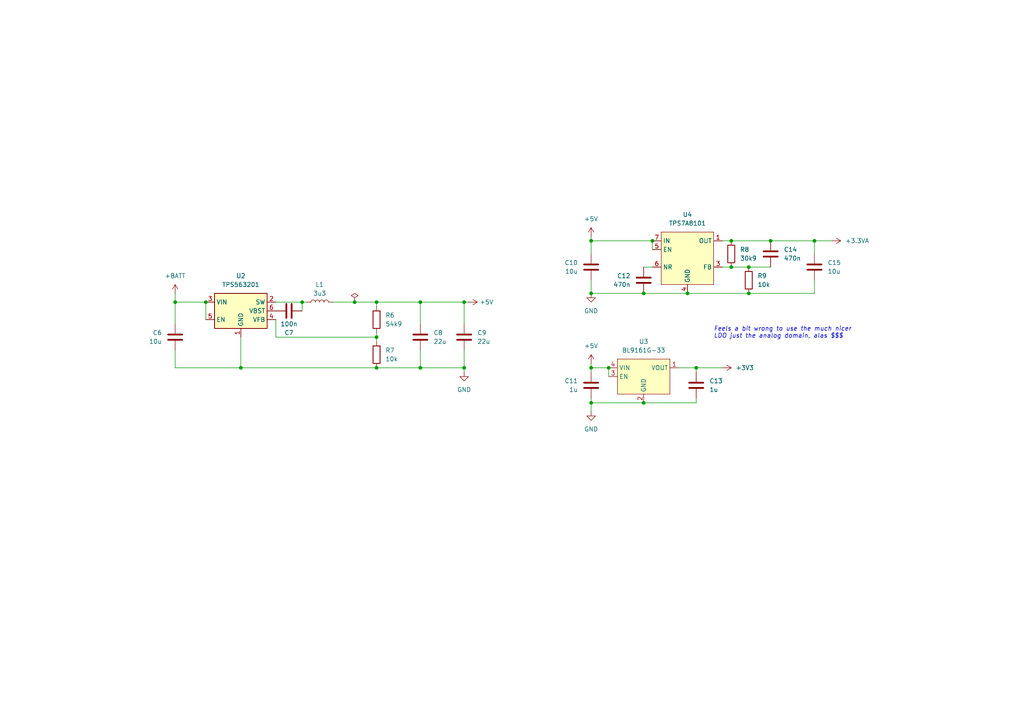
<source format=kicad_sch>
(kicad_sch (version 20250114) (generator "eeschema") (generator_version "9.0")
  (paper "A4")
  (title_block (title "Power regulators") (date "2025-08-14") (rev "1.0") (company "Savo Bajic") (comment 1 "Split LDOs for analog and digital domains"))
  (lib_symbols
    (symbol "Device:C" (pin_numbers (hide yes)) (pin_names (offset 0.254))
      (property "Reference" "C" (at 0.635 2.54 0))
      (property "Value" "C" (at 0.635 -2.54 0))
      (symbol "C_0_1"
        (polyline (pts (xy -2.032 0.762) (xy 2.032 0.762)) (stroke (width 0.508)))
        (polyline (pts (xy -2.032 -0.762) (xy 2.032 -0.762)) (stroke (width 0.508)))
      )
      (symbol "C_1_1"
        (pin passive line (at 0 3.81 270) (length 2.794) (name "~") (number "1"))
        (pin passive line (at 0 -3.81 90) (length 2.794) (name "~") (number "2"))
      )
    )
    (symbol "Device:L" (pin_numbers (hide yes)) (pin_names (offset 1.016) (hide yes))
      (property "Reference" "L" (at -1.27 0 90))
      (property "Value" "L" (at 1.905 0 90))
      (symbol "L_0_1"
        (arc (start 0 2.54) (mid 0.6323 1.905) (end 0 1.27))
        (arc (start 0 1.27) (mid 0.6323 0.635) (end 0 0))
        (arc (start 0 0) (mid 0.6323 -0.635) (end 0 -1.27))
        (arc (start 0 -1.27) (mid 0.6323 -1.905) (end 0 -2.54))
      )
      (symbol "L_1_1"
        (pin passive line (at 0 3.81 270) (length 1.27) (name "1") (number "1"))
        (pin passive line (at 0 -3.81 90) (length 1.27) (name "2") (number "2"))
      )
    )
    (symbol "Device:R" (pin_numbers (hide yes)) (pin_names (offset 0))
      (property "Reference" "R" (at 2.032 0 90))
      (property "Value" "R" (at 0 0 90))
      (symbol "R_0_1"
        (rectangle (start -1.016 -2.54) (end 1.016 2.54) (stroke (width 0.254)))
      )
      (symbol "R_1_1"
        (pin passive line (at 0 3.81 270) (length 1.27) (name "~") (number "1"))
        (pin passive line (at 0 -3.81 90) (length 1.27) (name "~") (number "2"))
      )
    )
    (symbol "power:+3.3VA" (power) (pin_numbers (hide yes)) (pin_names (offset 0) (hide yes))
      (property "Value" "+3.3VA" (at 0 3.556 0))
      (symbol "+3.3VA_0_1"
        (polyline (pts (xy -0.762 1.27) (xy 0 2.54)))
        (polyline (pts (xy 0 2.54) (xy 0.762 1.27)))
        (polyline (pts (xy 0 0) (xy 0 2.54)))
      )
      (symbol "+3.3VA_1_1"
        (pin power_in line (at 0 0 90) (length 0) (name "~") (number "1"))
      )
    )
    (symbol "power:+3V3" (power) (pin_numbers (hide yes)) (pin_names (offset 0) (hide yes))
      (property "Value" "+3V3" (at 0 3.556 0))
      (symbol "+3V3_0_1"
        (polyline (pts (xy -0.762 1.27) (xy 0 2.54)))
        (polyline (pts (xy 0 2.54) (xy 0.762 1.27)))
        (polyline (pts (xy 0 0) (xy 0 2.54)))
      )
      (symbol "+3V3_1_1"
        (pin power_in line (at 0 0 90) (length 0) (name "~") (number "1"))
      )
    )
    (symbol "power:+5V" (power) (pin_numbers (hide yes)) (pin_names (offset 0) (hide yes))
      (property "Value" "+5V" (at 0 3.556 0))
      (symbol "+5V_0_1"
        (polyline (pts (xy -0.762 1.27) (xy 0 2.54)))
        (polyline (pts (xy 0 2.54) (xy 0.762 1.27)))
        (polyline (pts (xy 0 0) (xy 0 2.54)))
      )
      (symbol "+5V_1_1"
        (pin power_in line (at 0 0 90) (length 0) (name "~") (number "1"))
      )
    )
    (symbol "power:+BATT" (power) (pin_numbers (hide yes)) (pin_names (offset 0) (hide yes))
      (property "Value" "+BATT" (at 0 3.556 0))
      (symbol "+BATT_0_1"
        (polyline (pts (xy -0.762 1.27) (xy 0 2.54)))
        (polyline (pts (xy 0 2.54) (xy 0.762 1.27)))
        (polyline (pts (xy 0 0) (xy 0 2.54)))
      )
      (symbol "+BATT_1_1"
        (pin power_in line (at 0 0 90) (length 0) (name "~") (number "1"))
      )
    )
    (symbol "power:GND" (power) (pin_numbers (hide yes)) (pin_names (offset 0) (hide yes))
      (property "Value" "GND" (at 0 -3.81 0))
      (symbol "GND_0_1"
        (polyline (pts (xy 0 0) (xy 0 -1.27) (xy 1.27 -1.27) (xy 0 -2.54) (xy -1.27 -1.27) (xy 0 -1.27)))
      )
      (symbol "GND_1_1"
        (pin power_in line (at 0 0 270) (length 0) (name "~") (number "1"))
      )
    )
    (symbol "power:PWR_FLAG" (power) (pin_numbers (hide yes)) (pin_names (offset 0) (hide yes))
      (property "Value" "PWR_FLAG" (at 0 3.81 0))
      (symbol "PWR_FLAG_0_0"
        (pin power_out line (at 0 0 90) (length 0) (name "~") (number "1"))
      )
      (symbol "PWR_FLAG_0_1"
        (polyline (pts (xy 0 0) (xy 0 1.27) (xy -1.016 1.905) (xy 0 2.54) (xy 1.016 1.905) (xy 0 1.27)))
      )
    )
    (symbol "wing_module:BL9161G"
      (property "Reference" "U" (at 0 8.89 0))
      (property "Value" "BL9161G-33" (at 0 6.35 0))
      (symbol "BL9161G_0_0"
        (pin power_in line (at -10.16 2.54 0) (length 2.54) (name "VIN") (number "4"))
        (pin input line (at -10.16 0 0) (length 2.54) (name "EN") (number "3"))
        (pin power_in line (at 0 -7.62 90) (length 2.54) (name "GND") (number "2"))
        (pin free line (at 0 -7.62 90) (length 2.54) (hide yes) (name "GND") (number "5"))
        (pin power_out line (at 10.16 2.54 180) (length 2.54) (name "VOUT") (number "1"))
      )
      (symbol "BL9161G_0_1"
        (rectangle (start -7.62 5.08) (end 7.62 -5.08) (fill (type background)))
      )
    )
    (symbol "wing_module:TPS563201"
      (property "Reference" "U" (at -7.62 6.35 0))
      (property "Value" "TPS563201" (at -2.54 6.35 0))
      (symbol "TPS563201_0_1"
        (rectangle (start -7.62 5.08) (end 7.62 -5.08) (stroke (width 0.254)) (fill (type background)))
      )
      (symbol "TPS563201_1_1"
        (pin power_in line (at -10.16 2.54 0) (length 2.54) (name "VIN") (number "3"))
        (pin input line (at -10.16 -2.54 0) (length 2.54) (name "EN") (number "5"))
        (pin power_in line (at 0 -7.62 90) (length 2.54) (name "GND") (number "1"))
        (pin output line (at 10.16 2.54 180) (length 2.54) (name "SW") (number "2"))
        (pin passive line (at 10.16 0 180) (length 2.54) (name "VBST") (number "6"))
        (pin input line (at 10.16 -2.54 180) (length 2.54) (name "VFB") (number "4"))
      )
    )
    (symbol "wing_module:TPS7A8101"
      (property "Reference" "U" (at 0 11.43 0))
      (property "Value" "TPS7A8101" (at 0 8.89 0))
      (symbol "TPS7A8101_0_0"
        (pin power_in line (at -10.16 5.08 0) (length 2.54) (name "IN") (number "7"))
        (pin power_in line (at -10.16 5.08 0) (length 2.54) (hide yes) (name "IN") (number "8"))
        (pin input line (at -10.16 2.54 0) (length 2.54) (name "EN") (number "5"))
        (pin passive line (at -10.16 -2.54 0) (length 2.54) (name "NR") (number "6"))
        (pin power_in line (at 0 -10.16 90) (length 2.54) (name "GND") (number "4"))
        (pin power_in line (at 0 -10.16 90) (length 2.54) (hide yes) (name "GND") (number "9"))
        (pin power_out line (at 10.16 5.08 180) (length 2.54) (name "OUT") (number "1"))
        (pin power_out line (at 10.16 5.08 180) (length 2.54) (hide yes) (name "OUT") (number "2"))
        (pin input line (at 10.16 -2.54 180) (length 2.54) (name "FB") (number "3"))
      )
      (symbol "TPS7A8101_0_1"
        (rectangle (start -7.62 7.62) (end 7.62 -7.62) (fill (type background)))
      )
    )
  )
  (text "Feels a bit wrong to use the much nicer\nLDO just the analog domain, alas $$$" (at 207.01 96.52 0) (effects (font (size 1.27 1.27) (italic yes)) (justify left)))
  (junction (at 212.09 77.47))
  (junction (at 212.09 69.85))
  (junction (at 171.45 106.68))
  (junction (at 236.22 69.85))
  (junction (at 171.45 85.09))
  (junction (at 186.69 85.09))
  (junction (at 50.8 87.63))
  (junction (at 109.22 97.79))
  (junction (at 201.93 106.68))
  (junction (at 121.92 87.63))
  (junction (at 59.69 87.63))
  (junction (at 102.87 87.63))
  (junction (at 69.85 106.68))
  (junction (at 109.22 87.63))
  (junction (at 109.22 106.68))
  (junction (at 134.62 106.68))
  (junction (at 186.69 116.84))
  (junction (at 223.52 69.85))
  (junction (at 217.17 77.47))
  (junction (at 176.53 106.68))
  (junction (at 121.92 106.68))
  (junction (at 199.39 85.09))
  (junction (at 171.45 116.84))
  (junction (at 171.45 69.85))
  (junction (at 217.17 85.09))
  (junction (at 87.63 87.63))
  (junction (at 189.23 69.85))
  (junction (at 134.62 87.63))
  (wire (pts (xy 171.45 85.09) (xy 186.69 85.09)))
  (wire (pts (xy 189.23 69.85) (xy 189.23 72.39)))
  (wire (pts (xy 171.45 68.58) (xy 171.45 69.85)))
  (wire (pts (xy 102.87 87.63) (xy 109.22 87.63)))
  (wire (pts (xy 50.8 85.09) (xy 50.8 87.63)))
  (wire (pts (xy 186.69 85.09) (xy 199.39 85.09)))
  (wire (pts (xy 176.53 109.22) (xy 176.53 106.68)))
  (wire (pts (xy 236.22 73.66) (xy 236.22 69.85)))
  (wire (pts (xy 212.09 77.47) (xy 217.17 77.47)))
  (wire (pts (xy 171.45 105.41) (xy 171.45 106.68)))
  (wire (pts (xy 50.8 106.68) (xy 69.85 106.68)))
  (wire (pts (xy 223.52 77.47) (xy 217.17 77.47)))
  (wire (pts (xy 186.69 77.47) (xy 189.23 77.47)))
  (wire (pts (xy 236.22 69.85) (xy 223.52 69.85)))
  (wire (pts (xy 109.22 87.63) (xy 121.92 87.63)))
  (wire (pts (xy 96.52 87.63) (xy 102.87 87.63)))
  (wire (pts (xy 121.92 106.68) (xy 109.22 106.68)))
  (wire (pts (xy 201.93 106.68) (xy 201.93 107.95)))
  (wire (pts (xy 121.92 101.6) (xy 121.92 106.68)))
  (wire (pts (xy 171.45 116.84) (xy 186.69 116.84)))
  (wire (pts (xy 201.93 116.84) (xy 186.69 116.84)))
  (wire (pts (xy 199.39 85.09) (xy 217.17 85.09)))
  (wire (pts (xy 209.55 69.85) (xy 212.09 69.85)))
  (wire (pts (xy 121.92 87.63) (xy 121.92 93.98)))
  (wire (pts (xy 50.8 87.63) (xy 50.8 93.98)))
  (wire (pts (xy 109.22 87.63) (xy 109.22 88.9)))
  (wire (pts (xy 59.69 87.63) (xy 59.69 92.71)))
  (wire (pts (xy 176.53 106.68) (xy 171.45 106.68)))
  (wire (pts (xy 134.62 87.63) (xy 134.62 93.98)))
  (wire (pts (xy 80.01 87.63) (xy 87.63 87.63)))
  (wire (pts (xy 121.92 87.63) (xy 134.62 87.63)))
  (wire (pts (xy 50.8 101.6) (xy 50.8 106.68)))
  (wire (pts (xy 87.63 87.63) (xy 87.63 90.17)))
  (wire (pts (xy 134.62 107.95) (xy 134.62 106.68)))
  (wire (pts (xy 109.22 99.06) (xy 109.22 97.79)))
  (wire (pts (xy 236.22 81.28) (xy 236.22 85.09)))
  (wire (pts (xy 69.85 106.68) (xy 109.22 106.68)))
  (wire (pts (xy 87.63 87.63) (xy 88.9 87.63)))
  (wire (pts (xy 171.45 73.66) (xy 171.45 69.85)))
  (wire (pts (xy 80.01 97.79) (xy 109.22 97.79)))
  (wire (pts (xy 241.3 69.85) (xy 236.22 69.85)))
  (wire (pts (xy 201.93 115.57) (xy 201.93 116.84)))
  (wire (pts (xy 134.62 87.63) (xy 135.89 87.63)))
  (wire (pts (xy 171.45 106.68) (xy 171.45 107.95)))
  (wire (pts (xy 171.45 119.38) (xy 171.45 116.84)))
  (wire (pts (xy 196.85 106.68) (xy 201.93 106.68)))
  (wire (pts (xy 134.62 106.68) (xy 121.92 106.68)))
  (wire (pts (xy 109.22 96.52) (xy 109.22 97.79)))
  (wire (pts (xy 209.55 77.47) (xy 212.09 77.47)))
  (wire (pts (xy 212.09 69.85) (xy 223.52 69.85)))
  (wire (pts (xy 171.45 69.85) (xy 189.23 69.85)))
  (wire (pts (xy 209.55 106.68) (xy 201.93 106.68)))
  (wire (pts (xy 134.62 101.6) (xy 134.62 106.68)))
  (wire (pts (xy 80.01 92.71) (xy 80.01 97.79)))
  (wire (pts (xy 171.45 81.28) (xy 171.45 85.09)))
  (wire (pts (xy 236.22 85.09) (xy 217.17 85.09)))
  (wire (pts (xy 50.8 87.63) (xy 59.69 87.63)))
  (wire (pts (xy 69.85 97.79) (xy 69.85 106.68)))
  (wire (pts (xy 171.45 115.57) (xy 171.45 116.84)))
  (symbol (lib_id "wing_module:BL9161G") (at 186.69 109.22 0) (unit 1)
    (property "Reference" "U3" (at 186.69 99.06 0))
    (property "Value" "BL9161G-33" (at 186.69 101.6 0))
    (property "Footprint" "Package_DFN_QFN:UDFN-4-1EP_1x1mm_P0.65mm_EP0.48x0.48mm" (effects (hide yes)))
    (property "Datasheet" "https://www.belling.com.cn/media/file_object/bel_product/BL9161G/datasheet/BL9161G_V1.2_en.pdf" (effects (hide yes)))
    (property "Description" "300mA Ultra-low Noise, Ultra-Fast CMOS LDO Regulator" (effects (hide yes)))
    (property "LCSC" "C2999146" (effects (hide yes)))
  )
  (symbol (lib_id "Device:C") (at 171.45 111.76 0) (mirror y) (unit 1)
    (property "Reference" "C11" (at 167.64 110.4899 0) (effects (justify left)))
    (property "Value" "1u" (at 167.64 113.0299 0) (effects (justify left)))
    (property "Footprint" "Capacitor_SMD:C_0402_1005Metric" (effects (hide yes)))
    (property "Description" "Unpolarized capacitor" (effects (hide yes)))
    (property "LCSC" "C52923" (effects (hide yes)))
  )
  (symbol (lib_id "power:+5V") (at 171.45 68.58 0) (unit 1)
    (property "Reference" "#PWR028" (effects (hide yes)))
    (property "Value" "+5V" (at 171.45 63.5 0))
    (property "Description" "Power symbol creates a global label with name \"+5V\"" (effects (hide yes)))
  )
  (symbol (lib_id "Device:C") (at 201.93 111.76 0) (unit 1)
    (property "Reference" "C13" (at 205.74 110.4899 0) (effects (justify left)))
    (property "Value" "1u" (at 205.74 113.0299 0) (effects (justify left)))
    (property "Footprint" "Capacitor_SMD:C_0402_1005Metric" (effects (hide yes)))
    (property "Description" "Unpolarized capacitor" (effects (hide yes)))
    (property "LCSC" "C52923" (effects (hide yes)))
  )
  (symbol (lib_id "Device:C") (at 83.82 90.17 90) (unit 1)
    (property "Reference" "C7" (at 83.82 96.52 90))
    (property "Value" "100n" (at 83.82 93.98 90))
    (property "Footprint" "Capacitor_SMD:C_0402_1005Metric" (effects (hide yes)))
    (property "Description" "Unpolarized capacitor" (effects (hide yes)))
    (property "LCSC" "C5448875" (effects (hide yes)))
  )
  (symbol (lib_id "power:+5V") (at 135.89 87.63 270) (mirror x) (unit 1)
    (property "Reference" "#PWR027" (effects (hide yes)))
    (property "Value" "+5V" (at 139.065 87.6299 90) (effects (justify left)))
    (property "Description" "Power symbol creates a global label with name \"+5V\"" (effects (hide yes)))
  )
  (symbol (lib_id "power:GND") (at 134.62 107.95 0) (unit 1)
    (property "Reference" "#PWR026" (effects (hide yes)))
    (property "Value" "GND" (at 134.62 113.03 0))
    (property "Description" "Power symbol creates a global label with name \"GND\" , ground" (effects (hide yes)))
  )
  (symbol (lib_id "power:+3.3VA") (at 241.3 69.85 270) (unit 1)
    (property "Reference" "#PWR033" (effects (hide yes)))
    (property "Value" "+3.3VA" (at 245.11 69.8499 90) (effects (justify left)))
    (property "Description" "Power symbol creates a global label with name \"+3.3VA\"" (effects (hide yes)))
  )
  (symbol (lib_id "Device:C") (at 223.52 73.66 0) (mirror y) (unit 1)
    (property "Reference" "C14" (at 227.33 72.3899 0) (effects (justify right)))
    (property "Value" "470n" (at 227.33 74.9299 0) (effects (justify right)))
    (property "Footprint" "Capacitor_SMD:C_0402_1005Metric" (effects (hide yes)))
    (property "Description" "Unpolarized capacitor" (effects (hide yes)))
    (property "LCSC" "C47339" (effects (hide yes)))
  )
  (symbol (lib_id "Device:R") (at 109.22 102.87 0) (unit 1)
    (property "Reference" "R7" (at 111.76 101.5999 0) (effects (justify left)))
    (property "Value" "10k" (at 111.76 104.1399 0) (effects (justify left)))
    (property "Footprint" "Resistor_SMD:R_0402_1005Metric" (effects (hide yes)))
    (property "Description" "Resistor" (effects (hide yes)))
    (property "LCSC" "C723353" (effects (hide yes)))
  )
  (symbol (lib_id "Device:R") (at 109.22 92.71 0) (unit 1)
    (property "Reference" "R6" (at 111.76 91.4399 0) (effects (justify left)))
    (property "Value" "54k9" (at 111.76 93.9799 0) (effects (justify left)))
    (property "Footprint" "Resistor_SMD:R_0402_1005Metric" (effects (hide yes)))
    (property "Description" "Resistor" (effects (hide yes)))
    (property "LCSC" "C227137" (effects (hide yes)))
  )
  (symbol (lib_id "power:+3V3") (at 209.55 106.68 270) (unit 1)
    (property "Reference" "#PWR032" (effects (hide yes)))
    (property "Value" "+3V3" (at 213.36 106.6799 90) (effects (justify left)))
    (property "Description" "Power symbol creates a global label with name \"+3V3\"" (effects (hide yes)))
  )
  (symbol (lib_id "Device:C") (at 186.69 81.28 0) (mirror y) (unit 1)
    (property "Reference" "C12" (at 182.88 80.01 0) (effects (justify left)))
    (property "Value" "470n" (at 182.88 82.55 0) (effects (justify left)))
    (property "Footprint" "Capacitor_SMD:C_0402_1005Metric" (effects (hide yes)))
    (property "Description" "Unpolarized capacitor" (effects (hide yes)))
    (property "LCSC" "C47339" (effects (hide yes)))
  )
  (symbol (lib_id "Device:C") (at 171.45 77.47 0) (mirror y) (unit 1)
    (property "Reference" "C10" (at 167.64 76.1999 0) (effects (justify left)))
    (property "Value" "10u" (at 167.64 78.7399 0) (effects (justify left)))
    (property "Footprint" "Capacitor_SMD:C_0603_1608Metric" (effects (hide yes)))
    (property "Description" "Unpolarized capacitor" (effects (hide yes)))
    (property "LCSC" "C5360828" (effects (hide yes)))
  )
  (symbol (lib_id "wing_module:TPS563201") (at 69.85 90.17 0) (unit 1)
    (property "Reference" "U2" (at 69.85 80.01 0))
    (property "Value" "TPS563201" (at 69.85 82.55 0))
    (property "Footprint" "Package_TO_SOT_SMD:SOT-23-6" (effects (hide yes)))
    (property "Datasheet" "https://www.ti.com/lit/ds/symlink/tps563201.pdf" (effects (hide yes)))
    (property "Description" "3A Synchronous Step-Down Voltage Regulator, Adjustable Output Voltage, 4.5-17V Input Voltage, SOT-23-6" (effects (hide yes)))
    (property "LCSC" "C116592" (effects (hide yes)))
  )
  (symbol (lib_id "power:+5V") (at 171.45 105.41 0) (unit 1)
    (property "Reference" "#PWR030" (effects (hide yes)))
    (property "Value" "+5V" (at 171.45 100.33 0))
    (property "Description" "Power symbol creates a global label with name \"+5V\"" (effects (hide yes)))
  )
  (symbol (lib_id "Device:C") (at 121.92 97.79 0) (unit 1)
    (property "Reference" "C8" (at 125.73 96.5199 0) (effects (justify left)))
    (property "Value" "22u" (at 125.73 99.0599 0) (effects (justify left)))
    (property "Footprint" "Capacitor_SMD:C_0603_1608Metric" (effects (hide yes)))
    (property "Description" "Unpolarized capacitor" (effects (hide yes)))
    (property "LCSC" "C86295" (effects (hide yes)))
  )
  (symbol (lib_id "Device:C") (at 134.62 97.79 0) (unit 1)
    (property "Reference" "C9" (at 138.43 96.5199 0) (effects (justify left)))
    (property "Value" "22u" (at 138.43 99.0599 0) (effects (justify left)))
    (property "Footprint" "Capacitor_SMD:C_0603_1608Metric" (effects (hide yes)))
    (property "Description" "Unpolarized capacitor" (effects (hide yes)))
    (property "LCSC" "C86295" (effects (hide yes)))
  )
  (symbol (lib_id "power:PWR_FLAG") (at 102.87 87.63 0) (unit 1)
    (property "Reference" "#FLG01" (effects (hide yes)))
    (property "Value" "PWR_FLAG" (effects (hide yes)))
    (property "Description" "Special symbol for telling ERC where power comes from" (effects (hide yes)))
  )
  (symbol (lib_id "Device:R") (at 217.17 81.28 0) (unit 1)
    (property "Reference" "R9" (at 219.71 80.0099 0) (effects (justify left)))
    (property "Value" "10k" (at 219.71 82.5499 0) (effects (justify left)))
    (property "Footprint" "Resistor_SMD:R_0402_1005Metric" (effects (hide yes)))
    (property "Description" "Resistor" (effects (hide yes)))
    (property "LCSC" "C723353" (effects (hide yes)))
  )
  (symbol (lib_id "Device:C") (at 236.22 77.47 0) (unit 1)
    (property "Reference" "C15" (at 240.03 76.1999 0) (effects (justify left)))
    (property "Value" "10u" (at 240.03 78.7399 0) (effects (justify left)))
    (property "Footprint" "Capacitor_SMD:C_0603_1608Metric" (effects (hide yes)))
    (property "Description" "Unpolarized capacitor" (effects (hide yes)))
    (property "LCSC" "C5360828" (effects (hide yes)))
  )
  (symbol (lib_id "Device:C") (at 50.8 97.79 0) (mirror y) (unit 1)
    (property "Reference" "C6" (at 46.99 96.5199 0) (effects (justify left)))
    (property "Value" "10u" (at 46.99 99.0599 0) (effects (justify left)))
    (property "Footprint" "Capacitor_SMD:C_0603_1608Metric" (effects (hide yes)))
    (property "Description" "Unpolarized capacitor" (effects (hide yes)))
    (property "LCSC" "C5360828" (effects (hide yes)))
  )
  (symbol (lib_id "wing_module:TPS7A8101") (at 199.39 74.93 0) (unit 1)
    (property "Reference" "U4" (at 199.39 62.23 0))
    (property "Value" "TPS7A8101" (at 199.39 64.77 0))
    (property "Footprint" "Package_SON:VSON-8-1EP_3x3mm_P0.65mm_EP1.65x2.4mm" (effects (hide yes)))
    (property "Datasheet" "https://www.ti.com/lit/ds/symlink/tps7a8101.pdf" (effects (hide yes)))
    (property "Description" "Low-Noise, Wide-Bandwidth, High PSRR, Low-Dropout 1-A Linear Regulator" (effects (hide yes)))
    (property "LCSC" "C465730" (effects (hide yes)))
  )
  (symbol (lib_id "power:GND") (at 171.45 119.38 0) (unit 1)
    (property "Reference" "#PWR031" (effects (hide yes)))
    (property "Value" "GND" (at 171.45 124.46 0))
    (property "Description" "Power symbol creates a global label with name \"GND\" , ground" (effects (hide yes)))
  )
  (symbol (lib_id "power:GND") (at 171.45 85.09 0) (unit 1)
    (property "Reference" "#PWR029" (effects (hide yes)))
    (property "Value" "GND" (at 171.45 90.17 0))
    (property "Description" "Power symbol creates a global label with name \"GND\" , ground" (effects (hide yes)))
  )
  (symbol (lib_id "Device:R") (at 212.09 73.66 0) (unit 1)
    (property "Reference" "R8" (at 214.63 72.3899 0) (effects (justify left)))
    (property "Value" "30k9" (at 214.63 74.9299 0) (effects (justify left)))
    (property "Footprint" "Resistor_SMD:R_0402_1005Metric" (effects (hide yes)))
    (property "Description" "Resistor" (effects (hide yes)))
    (property "LCSC" "C1883526" (effects (hide yes)))
  )
  (symbol (lib_id "power:+BATT") (at 50.8 85.09 0) (unit 1)
    (property "Reference" "#PWR025" (effects (hide yes)))
    (property "Value" "+BATT" (at 50.8 80.01 0))
    (property "Description" "Power symbol creates a global label with name \"+BATT\"" (effects (hide yes)))
  )
  (symbol (lib_id "Device:L") (at 92.71 87.63 90) (unit 1)
    (property "Reference" "L1" (at 92.71 82.55 90))
    (property "Value" "3u3" (at 92.71 85.09 90))
    (property "Footprint" "Inductor_SMD:L_Changjiang_FNR6045S" (effects (hide yes)))
    (property "Description" "Inductor" (effects (hide yes)))
    (property "LCSC" "C168063" (effects (hide yes)))
  )
)
</source>
